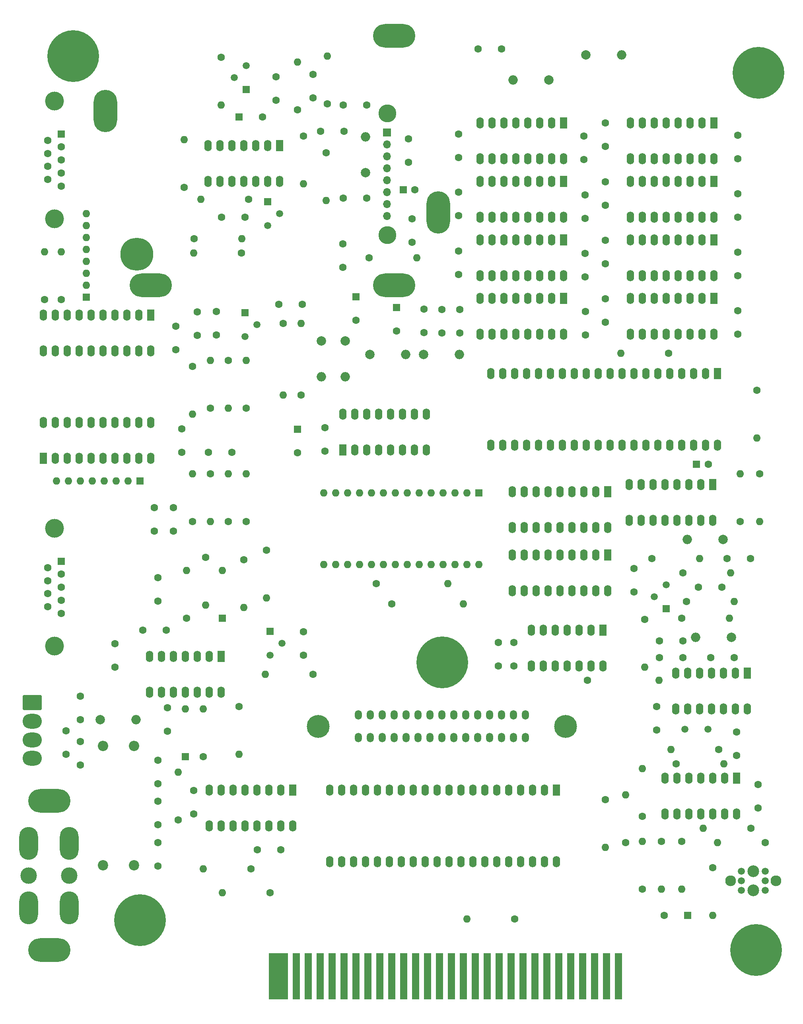
<source format=gbr>
%TF.GenerationSoftware,KiCad,Pcbnew,7.0.11-7.0.11~ubuntu22.04.1*%
%TF.CreationDate,2024-10-09T20:20:13-04:00*%
%TF.ProjectId,coleco_original_main_only,636f6c65-636f-45f6-9f72-6967696e616c,DEV*%
%TF.SameCoordinates,Original*%
%TF.FileFunction,Soldermask,Top*%
%TF.FilePolarity,Negative*%
%FSLAX46Y46*%
G04 Gerber Fmt 4.6, Leading zero omitted, Abs format (unit mm)*
G04 Created by KiCad (PCBNEW 7.0.11-7.0.11~ubuntu22.04.1) date 2024-10-09 20:20:13*
%MOMM*%
%LPD*%
G01*
G04 APERTURE LIST*
G04 Aperture macros list*
%AMRoundRect*
0 Rectangle with rounded corners*
0 $1 Rounding radius*
0 $2 $3 $4 $5 $6 $7 $8 $9 X,Y pos of 4 corners*
0 Add a 4 corners polygon primitive as box body*
4,1,4,$2,$3,$4,$5,$6,$7,$8,$9,$2,$3,0*
0 Add four circle primitives for the rounded corners*
1,1,$1+$1,$2,$3*
1,1,$1+$1,$4,$5*
1,1,$1+$1,$6,$7*
1,1,$1+$1,$8,$9*
0 Add four rect primitives between the rounded corners*
20,1,$1+$1,$2,$3,$4,$5,0*
20,1,$1+$1,$4,$5,$6,$7,0*
20,1,$1+$1,$6,$7,$8,$9,0*
20,1,$1+$1,$8,$9,$2,$3,0*%
G04 Aperture macros list end*
%ADD10C,1.600000*%
%ADD11R,1.600000X1.600000*%
%ADD12O,1.600000X1.600000*%
%ADD13R,1.600000X2.400000*%
%ADD14O,1.600000X2.400000*%
%ADD15C,3.800000*%
%ADD16R,1.500000X1.500000*%
%ADD17C,1.500000*%
%ADD18O,9.000000X5.000000*%
%ADD19C,2.000000*%
%ADD20O,2.000000X2.000000*%
%ADD21C,4.000000*%
%ADD22R,2.032000X9.906000*%
%ADD23R,1.524000X9.906000*%
%ADD24C,2.300000*%
%ADD25C,2.500000*%
%ADD26C,11.000000*%
%ADD27C,2.200000*%
%ADD28O,2.200000X2.200000*%
%ADD29C,7.000000*%
%ADD30O,4.000000X7.000000*%
%ADD31C,3.500000*%
%ADD32RoundRect,0.250000X-1.800000X1.330000X-1.800000X-1.330000X1.800000X-1.330000X1.800000X1.330000X0*%
%ADD33O,4.100000X3.160000*%
%ADD34O,1.500000X2.000000*%
%ADD35C,4.875000*%
%ADD36O,5.000000X9.000000*%
%ADD37R,1.700000X1.700000*%
%ADD38O,1.700000X1.700000*%
G04 APERTURE END LIST*
D10*
%TO.C,C46*%
X38862000Y-165787000D03*
X38862000Y-170787000D03*
%TD*%
D11*
%TO.C,CR1*%
X61214000Y-178701000D03*
D12*
X61214000Y-168541000D03*
%TD*%
D10*
%TO.C,R23*%
X73660000Y-136791000D03*
D12*
X73660000Y-146951000D03*
%TD*%
D13*
%TO.C,U1*%
X140203000Y-185833000D03*
D14*
X137663000Y-185833000D03*
X135123000Y-185833000D03*
X132583000Y-185833000D03*
X130043000Y-185833000D03*
X127503000Y-185833000D03*
X124963000Y-185833000D03*
X122423000Y-185833000D03*
X119883000Y-185833000D03*
X117343000Y-185833000D03*
X114803000Y-185833000D03*
X112263000Y-185833000D03*
X109723000Y-185833000D03*
X107183000Y-185833000D03*
X104643000Y-185833000D03*
X102103000Y-185833000D03*
X99563000Y-185833000D03*
X97023000Y-185833000D03*
X94483000Y-185833000D03*
X91943000Y-185833000D03*
X91943000Y-201073000D03*
X94483000Y-201073000D03*
X97023000Y-201073000D03*
X99563000Y-201073000D03*
X102103000Y-201073000D03*
X104643000Y-201073000D03*
X107183000Y-201073000D03*
X109723000Y-201073000D03*
X112263000Y-201073000D03*
X114803000Y-201073000D03*
X117343000Y-201073000D03*
X119883000Y-201073000D03*
X122423000Y-201073000D03*
X124963000Y-201073000D03*
X127503000Y-201073000D03*
X130043000Y-201073000D03*
X132583000Y-201073000D03*
X135123000Y-201073000D03*
X137663000Y-201073000D03*
X140203000Y-201073000D03*
%TD*%
D10*
%TO.C,C92*%
X173014000Y-157619000D03*
X178014000Y-157619000D03*
%TD*%
%TO.C,C103*%
X86360000Y-152071000D03*
X86360000Y-157071000D03*
%TD*%
%TO.C,R39*%
X160528000Y-136537000D03*
D12*
X170688000Y-136537000D03*
%TD*%
D10*
%TO.C,C49*%
X55372000Y-196989000D03*
X55372000Y-201989000D03*
%TD*%
%TO.C,C31*%
X150622000Y-68759000D03*
X150622000Y-73759000D03*
%TD*%
D15*
%TO.C,H14*%
X104174000Y-67669000D03*
%TD*%
D10*
%TO.C,R13*%
X167132000Y-139585000D03*
D12*
X177292000Y-139585000D03*
%TD*%
D10*
%TO.C,C90*%
X162132000Y-154063000D03*
X167132000Y-154063000D03*
%TD*%
D16*
%TO.C,Q4*%
X73914000Y-84213000D03*
D17*
X76454000Y-86753000D03*
X73914000Y-89293000D03*
%TD*%
D10*
%TO.C,C1*%
X178562000Y-173407000D03*
X178562000Y-178407000D03*
%TD*%
%TO.C,C91*%
X162092000Y-157619000D03*
X167092000Y-157619000D03*
%TD*%
%TO.C,C65*%
X57110000Y-151777000D03*
X52110000Y-151777000D03*
%TD*%
D11*
%TO.C,U2*%
X123688000Y-122562000D03*
D12*
X121148000Y-122562000D03*
X118608000Y-122562000D03*
X116068000Y-122562000D03*
X113528000Y-122562000D03*
X110988000Y-122562000D03*
X108448000Y-122562000D03*
X105908000Y-122562000D03*
X103368000Y-122562000D03*
X100828000Y-122562000D03*
X98288000Y-122562000D03*
X95748000Y-122562000D03*
X93208000Y-122562000D03*
X90668000Y-122562000D03*
X90668000Y-137802000D03*
X93208000Y-137802000D03*
X95748000Y-137802000D03*
X98288000Y-137802000D03*
X100828000Y-137802000D03*
X103368000Y-137802000D03*
X105908000Y-137802000D03*
X108448000Y-137802000D03*
X110988000Y-137802000D03*
X113528000Y-137802000D03*
X116068000Y-137802000D03*
X118608000Y-137802000D03*
X121148000Y-137802000D03*
X123688000Y-137802000D03*
%TD*%
D10*
%TO.C,C8*%
X62992000Y-185853000D03*
X62992000Y-190853000D03*
%TD*%
D18*
%TO.C,H7*%
X32258000Y-219849000D03*
%TD*%
D19*
%TO.C,L17*%
X175656000Y-132473000D03*
D20*
X168036000Y-132473000D03*
%TD*%
D21*
%TO.C,J5*%
X33342331Y-39191000D03*
X33342331Y-64191000D03*
D11*
X34762331Y-46151000D03*
D10*
X34762331Y-48921000D03*
X34762331Y-51691000D03*
X34762331Y-54461000D03*
X34762331Y-57231000D03*
X31922331Y-47536000D03*
X31922331Y-50306000D03*
X31922331Y-53076000D03*
X31922331Y-55846000D03*
%TD*%
D18*
%TO.C,H12*%
X105664000Y-78371000D03*
%TD*%
D11*
%TO.C,C36*%
X97536000Y-80773094D03*
D10*
X97536000Y-85773094D03*
%TD*%
D11*
%TO.C,UR25*%
X40132000Y-80921000D03*
D12*
X40132000Y-78381000D03*
X40132000Y-75841000D03*
X40132000Y-73301000D03*
X40132000Y-70761000D03*
X40132000Y-68221000D03*
X40132000Y-65681000D03*
X40132000Y-63141000D03*
%TD*%
D10*
%TO.C,C48*%
X38862000Y-175439000D03*
X38862000Y-180439000D03*
%TD*%
%TO.C,R8*%
X162560000Y-196735000D03*
D12*
X162560000Y-206895000D03*
%TD*%
D10*
%TO.C,R67*%
X31242000Y-81419000D03*
D12*
X31242000Y-71259000D03*
%TD*%
D10*
%TO.C,R34*%
X74168000Y-104533000D03*
D12*
X74168000Y-94373000D03*
%TD*%
D10*
%TO.C,C4*%
X170434000Y-142633000D03*
X175434000Y-142633000D03*
%TD*%
%TO.C,C11*%
X183134000Y-189583000D03*
X183134000Y-184583000D03*
%TD*%
%TO.C,C50*%
X55372000Y-179463000D03*
X55372000Y-184463000D03*
%TD*%
%TO.C,R48*%
X63026000Y-68431000D03*
D12*
X73186000Y-68431000D03*
%TD*%
D22*
%TO.C,J2*%
X80010000Y-225437000D03*
X82042000Y-225437000D03*
D23*
X84836000Y-225437000D03*
X87376000Y-225437000D03*
X89916000Y-225437000D03*
X92456000Y-225437000D03*
X94996000Y-225437000D03*
X97536000Y-225437000D03*
X100076000Y-225437000D03*
X102616000Y-225437000D03*
X105156000Y-225437000D03*
X107696000Y-225437000D03*
X110236000Y-225437000D03*
X112776000Y-225437000D03*
X115316000Y-225437000D03*
X117856000Y-225437000D03*
X120396000Y-225437000D03*
X122936000Y-225437000D03*
X125476000Y-225437000D03*
X128016000Y-225437000D03*
X130556000Y-225437000D03*
X133096000Y-225437000D03*
X135636000Y-225437000D03*
X138176000Y-225437000D03*
X140716000Y-225437000D03*
X143256000Y-225437000D03*
X145796000Y-225437000D03*
X148336000Y-225437000D03*
X150876000Y-225437000D03*
X153416000Y-225437000D03*
%TD*%
D10*
%TO.C,R35*%
X158496000Y-191401000D03*
D12*
X158496000Y-181241000D03*
%TD*%
D10*
%TO.C,C100*%
X94782000Y-40017000D03*
X99782000Y-40017000D03*
%TD*%
%TO.C,C40*%
X119380000Y-71045000D03*
X119380000Y-76045000D03*
%TD*%
%TO.C,R72*%
X62738000Y-95643000D03*
D12*
X62738000Y-105803000D03*
%TD*%
D13*
%TO.C,U24*%
X68834000Y-157365000D03*
D14*
X66294000Y-157365000D03*
X63754000Y-157365000D03*
X61214000Y-157365000D03*
X58674000Y-157365000D03*
X56134000Y-157365000D03*
X53594000Y-157365000D03*
X53594000Y-164985000D03*
X56134000Y-164985000D03*
X58674000Y-164985000D03*
X61214000Y-164985000D03*
X63754000Y-164985000D03*
X66294000Y-164985000D03*
X68834000Y-164985000D03*
%TD*%
D13*
%TO.C,U7*%
X178562000Y-183273000D03*
D14*
X176022000Y-183273000D03*
X173482000Y-183273000D03*
X170942000Y-183273000D03*
X168402000Y-183273000D03*
X165862000Y-183273000D03*
X163322000Y-183273000D03*
X163322000Y-190893000D03*
X165862000Y-190893000D03*
X168402000Y-190893000D03*
X170942000Y-190893000D03*
X173482000Y-190893000D03*
X176022000Y-190893000D03*
X178562000Y-190893000D03*
%TD*%
D13*
%TO.C,U6*%
X173467000Y-120774000D03*
D14*
X170927000Y-120774000D03*
X168387000Y-120774000D03*
X165847000Y-120774000D03*
X163307000Y-120774000D03*
X160767000Y-120774000D03*
X158227000Y-120774000D03*
X155687000Y-120774000D03*
X155687000Y-128394000D03*
X158227000Y-128394000D03*
X160767000Y-128394000D03*
X163307000Y-128394000D03*
X165847000Y-128394000D03*
X168387000Y-128394000D03*
X170927000Y-128394000D03*
X173467000Y-128394000D03*
%TD*%
D10*
%TO.C,C2*%
X81534000Y-198513000D03*
X76534000Y-198513000D03*
%TD*%
D24*
%TO.C,S1*%
X177292000Y-205085000D03*
X186944000Y-205085000D03*
D17*
X179578000Y-203053000D03*
D25*
X182118000Y-203053000D03*
D17*
X184658000Y-203053000D03*
X179578000Y-205085000D03*
D25*
X182118000Y-207117000D03*
D17*
X184658000Y-205085000D03*
X179578000Y-207117000D03*
X184658000Y-207117000D03*
%TD*%
D19*
%TO.C,L9*%
X138572000Y-34683000D03*
D20*
X130952000Y-34683000D03*
%TD*%
D26*
%TO.C,H5*%
X115858000Y-158601000D03*
%TD*%
D10*
%TO.C,C60*%
X81066000Y-82435000D03*
X86066000Y-82435000D03*
%TD*%
%TO.C,R14*%
X79248000Y-207657000D03*
D12*
X69088000Y-207657000D03*
%TD*%
D10*
%TO.C,R49*%
X73152000Y-71513000D03*
D12*
X62992000Y-71513000D03*
%TD*%
D13*
%TO.C,U22*%
X180853000Y-160906000D03*
D14*
X178313000Y-160906000D03*
X175773000Y-160906000D03*
X173233000Y-160906000D03*
X170693000Y-160906000D03*
X168153000Y-160906000D03*
X165613000Y-160906000D03*
X165613000Y-168526000D03*
X168153000Y-168526000D03*
X170693000Y-168526000D03*
X173233000Y-168526000D03*
X175773000Y-168526000D03*
X178313000Y-168526000D03*
X180853000Y-168526000D03*
%TD*%
D10*
%TO.C,C26*%
X178816000Y-58853000D03*
X178816000Y-63853000D03*
%TD*%
%TO.C,R19*%
X70358000Y-94373000D03*
D12*
X70358000Y-104533000D03*
%TD*%
D27*
%TO.C,L5*%
X50292000Y-201815000D03*
D28*
X50292000Y-176415000D03*
%TD*%
D10*
%TO.C,R25*%
X74168000Y-128663000D03*
D12*
X74168000Y-118503000D03*
%TD*%
D10*
%TO.C,C32*%
X119380000Y-46153000D03*
X119380000Y-51153000D03*
%TD*%
D29*
%TO.C,H13*%
X50834000Y-71733000D03*
%TD*%
D10*
%TO.C,C28*%
X150622000Y-56313000D03*
X150622000Y-61313000D03*
%TD*%
%TO.C,R12*%
X75184000Y-202577000D03*
D12*
X65024000Y-202577000D03*
%TD*%
D10*
%TO.C,C64*%
X80518000Y-38961000D03*
X80518000Y-33961000D03*
%TD*%
%TO.C,C37*%
X119380000Y-58559000D03*
X119380000Y-63559000D03*
%TD*%
D26*
%TO.C,H1*%
X51562000Y-213499000D03*
%TD*%
D19*
%TO.C,L2*%
X100442000Y-93103000D03*
D20*
X108062000Y-93103000D03*
%TD*%
D18*
%TO.C,H10*%
X53848000Y-78389000D03*
%TD*%
D11*
%TO.C,C87*%
X107551774Y-58051000D03*
D10*
X110051774Y-58051000D03*
%TD*%
%TO.C,R62*%
X159004000Y-149491000D03*
D12*
X159004000Y-159651000D03*
%TD*%
D16*
%TO.C,Q6*%
X74176000Y-36715000D03*
D17*
X71636000Y-34175000D03*
X74176000Y-31635000D03*
%TD*%
D10*
%TO.C,R75*%
X174752000Y-177177000D03*
D12*
X164592000Y-177177000D03*
%TD*%
D21*
%TO.C,J6*%
X33342331Y-130123000D03*
X33342331Y-155123000D03*
D11*
X34762331Y-137083000D03*
D10*
X34762331Y-139853000D03*
X34762331Y-142623000D03*
X34762331Y-145393000D03*
X34762331Y-148163000D03*
X31922331Y-138468000D03*
X31922331Y-141238000D03*
X31922331Y-144008000D03*
X31922331Y-146778000D03*
%TD*%
%TO.C,R26*%
X131318000Y-213245000D03*
D12*
X121158000Y-213245000D03*
%TD*%
D10*
%TO.C,C102*%
X67818000Y-83959000D03*
X67818000Y-88959000D03*
%TD*%
D19*
%TO.C,L3*%
X111872000Y-93103000D03*
D20*
X119492000Y-93103000D03*
%TD*%
D13*
%TO.C,U8*%
X150119000Y-151762000D03*
D14*
X147579000Y-151762000D03*
X145039000Y-151762000D03*
X142499000Y-151762000D03*
X139959000Y-151762000D03*
X137419000Y-151762000D03*
X134879000Y-151762000D03*
X134879000Y-159382000D03*
X137419000Y-159382000D03*
X139959000Y-159382000D03*
X142499000Y-159382000D03*
X145039000Y-159382000D03*
X147579000Y-159382000D03*
X150119000Y-159382000D03*
%TD*%
D10*
%TO.C,R55*%
X60960000Y-57543000D03*
D12*
X60960000Y-47383000D03*
%TD*%
D10*
%TO.C,R43*%
X68834000Y-29857000D03*
D12*
X68834000Y-40017000D03*
%TD*%
D30*
%TO.C,S2*%
X36449000Y-210864000D03*
D31*
X36449000Y-204006000D03*
D30*
X36449000Y-197148000D03*
X27813000Y-210864000D03*
D31*
X27813000Y-204006000D03*
D30*
X27813000Y-197148000D03*
%TD*%
D11*
%TO.C,C34*%
X106172000Y-83071423D03*
D10*
X106172000Y-88071423D03*
%TD*%
%TO.C,WJ3*%
X82042000Y-86499000D03*
D12*
X82042000Y-101739000D03*
%TD*%
D10*
%TO.C,R60*%
X179324000Y-128663000D03*
D12*
X179324000Y-118503000D03*
%TD*%
D10*
%TO.C,C24*%
X146304000Y-59107000D03*
X146304000Y-64107000D03*
%TD*%
%TO.C,R71*%
X78486000Y-134759000D03*
D12*
X78486000Y-144919000D03*
%TD*%
D13*
%TO.C,U4*%
X151120000Y-135760000D03*
D14*
X148580000Y-135760000D03*
X146040000Y-135760000D03*
X143500000Y-135760000D03*
X140960000Y-135760000D03*
X138420000Y-135760000D03*
X135880000Y-135760000D03*
X133340000Y-135760000D03*
X130800000Y-135760000D03*
X130800000Y-143380000D03*
X133340000Y-143380000D03*
X135880000Y-143380000D03*
X138420000Y-143380000D03*
X140960000Y-143380000D03*
X143500000Y-143380000D03*
X146040000Y-143380000D03*
X148580000Y-143380000D03*
X151120000Y-143380000D03*
%TD*%
D10*
%TO.C,R17*%
X154940000Y-196989000D03*
D12*
X154940000Y-186829000D03*
%TD*%
D10*
%TO.C,C22*%
X150622000Y-43827000D03*
X150622000Y-48827000D03*
%TD*%
%TO.C,R69*%
X66548000Y-104533000D03*
D12*
X66548000Y-94373000D03*
%TD*%
D11*
%TO.C,C68*%
X72624698Y-42557000D03*
D10*
X77624698Y-42557000D03*
%TD*%
%TO.C,C29*%
X178816000Y-71299000D03*
X178816000Y-76299000D03*
%TD*%
%TO.C,C42*%
X115824000Y-88491000D03*
X115824000Y-83491000D03*
%TD*%
D13*
%TO.C,U20*%
X94757000Y-113438000D03*
D14*
X97297000Y-113438000D03*
X99837000Y-113438000D03*
X102377000Y-113438000D03*
X104917000Y-113438000D03*
X107457000Y-113438000D03*
X109997000Y-113438000D03*
X112537000Y-113438000D03*
X112537000Y-105818000D03*
X109997000Y-105818000D03*
X107457000Y-105818000D03*
X104917000Y-105818000D03*
X102377000Y-105818000D03*
X99837000Y-105818000D03*
X97297000Y-105818000D03*
X94757000Y-105818000D03*
%TD*%
D10*
%TO.C,R22*%
X66548000Y-118503000D03*
D12*
X66548000Y-128663000D03*
%TD*%
D13*
%TO.C,U3*%
X151120000Y-122298000D03*
D14*
X148580000Y-122298000D03*
X146040000Y-122298000D03*
X143500000Y-122298000D03*
X140960000Y-122298000D03*
X138420000Y-122298000D03*
X135880000Y-122298000D03*
X133340000Y-122298000D03*
X130800000Y-122298000D03*
X130800000Y-129918000D03*
X133340000Y-129918000D03*
X135880000Y-129918000D03*
X138420000Y-129918000D03*
X140960000Y-129918000D03*
X143500000Y-129918000D03*
X146040000Y-129918000D03*
X148580000Y-129918000D03*
X151120000Y-129918000D03*
%TD*%
D13*
%TO.C,U19*%
X53848000Y-84721000D03*
D14*
X51308000Y-84721000D03*
X48768000Y-84721000D03*
X46228000Y-84721000D03*
X43688000Y-84721000D03*
X41148000Y-84721000D03*
X38608000Y-84721000D03*
X36068000Y-84721000D03*
X33528000Y-84721000D03*
X30988000Y-84721000D03*
X30988000Y-92341000D03*
X33528000Y-92341000D03*
X36068000Y-92341000D03*
X38608000Y-92341000D03*
X41148000Y-92341000D03*
X43688000Y-92341000D03*
X46228000Y-92341000D03*
X48768000Y-92341000D03*
X51308000Y-92341000D03*
X53848000Y-92341000D03*
%TD*%
D17*
%TO.C,Y1*%
X172410000Y-172859000D03*
X167530000Y-172859000D03*
%TD*%
D10*
%TO.C,C41*%
X112014000Y-83451000D03*
X112014000Y-88451000D03*
%TD*%
%TO.C,R5*%
X165642000Y-180225000D03*
D12*
X175802000Y-180225000D03*
%TD*%
D10*
%TO.C,R79*%
X74676000Y-60083000D03*
D12*
X64516000Y-60083000D03*
%TD*%
D10*
%TO.C,C21*%
X146050000Y-46621000D03*
X146050000Y-51621000D03*
%TD*%
%TO.C,C99*%
X55372000Y-140601000D03*
X55372000Y-145601000D03*
%TD*%
%TO.C,C13*%
X156718000Y-138609000D03*
X156718000Y-143609000D03*
%TD*%
%TO.C,C57*%
X108712000Y-52169000D03*
X108712000Y-47169000D03*
%TD*%
D16*
%TO.C,Q3*%
X78732000Y-60591000D03*
D17*
X81272000Y-63131000D03*
X78732000Y-65671000D03*
%TD*%
D10*
%TO.C,C30*%
X146338000Y-83959000D03*
X146338000Y-88959000D03*
%TD*%
%TO.C,R10*%
X158496000Y-206895000D03*
D12*
X158496000Y-196735000D03*
%TD*%
D10*
%TO.C,R15*%
X150622000Y-187845000D03*
D12*
X150622000Y-198005000D03*
%TD*%
D10*
%TO.C,R76*%
X86360000Y-46621000D03*
D12*
X86360000Y-56781000D03*
%TD*%
D10*
%TO.C,R21*%
X70358000Y-128663000D03*
D12*
X70358000Y-118503000D03*
%TD*%
D10*
%TO.C,C70*%
X161544000Y-168033000D03*
X161544000Y-173033000D03*
%TD*%
D15*
%TO.C,H15*%
X104174000Y-41761000D03*
%TD*%
D11*
%TO.C,UR26*%
X51562000Y-120027000D03*
D12*
X49022000Y-120027000D03*
X46482000Y-120027000D03*
X43942000Y-120027000D03*
X41402000Y-120027000D03*
X38862000Y-120027000D03*
X36322000Y-120027000D03*
X33782000Y-120027000D03*
%TD*%
D13*
%TO.C,U23*%
X81285000Y-48638000D03*
D14*
X78745000Y-48638000D03*
X76205000Y-48638000D03*
X73665000Y-48638000D03*
X71125000Y-48638000D03*
X68585000Y-48638000D03*
X66045000Y-48638000D03*
X66045000Y-56258000D03*
X68585000Y-56258000D03*
X71125000Y-56258000D03*
X73665000Y-56258000D03*
X76205000Y-56258000D03*
X78745000Y-56258000D03*
X81285000Y-56258000D03*
%TD*%
D13*
%TO.C,U18*%
X30988000Y-115201000D03*
D14*
X33528000Y-115201000D03*
X36068000Y-115201000D03*
X38608000Y-115201000D03*
X41148000Y-115201000D03*
X43688000Y-115201000D03*
X46228000Y-115201000D03*
X48768000Y-115201000D03*
X51308000Y-115201000D03*
X53848000Y-115201000D03*
X53848000Y-107581000D03*
X51308000Y-107581000D03*
X48768000Y-107581000D03*
X46228000Y-107581000D03*
X43688000Y-107581000D03*
X41148000Y-107581000D03*
X38608000Y-107581000D03*
X36068000Y-107581000D03*
X33528000Y-107581000D03*
X30988000Y-107581000D03*
%TD*%
D13*
%TO.C,U10*%
X173751000Y-56263000D03*
D14*
X171211000Y-56263000D03*
X168671000Y-56263000D03*
X166131000Y-56263000D03*
X163591000Y-56263000D03*
X161051000Y-56263000D03*
X158511000Y-56263000D03*
X155971000Y-56263000D03*
X155971000Y-63883000D03*
X158511000Y-63883000D03*
X161051000Y-63883000D03*
X163591000Y-63883000D03*
X166131000Y-63883000D03*
X168671000Y-63883000D03*
X171211000Y-63883000D03*
X173751000Y-63883000D03*
%TD*%
D26*
%TO.C,H2*%
X37338000Y-29603000D03*
%TD*%
D32*
%TO.C,J0*%
X28597000Y-167173000D03*
D33*
X28597000Y-171133000D03*
X28597000Y-175093000D03*
X28597000Y-179053000D03*
%TD*%
D10*
%TO.C,C10*%
X59182000Y-92047000D03*
X59182000Y-87047000D03*
%TD*%
D19*
%TO.C,L14*%
X177434000Y-153301000D03*
D20*
X169814000Y-153301000D03*
%TD*%
D10*
%TO.C,C104*%
X46228000Y-159611000D03*
X46228000Y-154611000D03*
%TD*%
D11*
%TO.C,CR2*%
X69088000Y-149237000D03*
D12*
X69088000Y-139077000D03*
%TD*%
D10*
%TO.C,C88*%
X128484000Y-28079000D03*
X123484000Y-28079000D03*
%TD*%
%TO.C,R78*%
X184658000Y-196989000D03*
D12*
X174498000Y-196989000D03*
%TD*%
D13*
%TO.C,U15*%
X141717000Y-43812000D03*
D14*
X139177000Y-43812000D03*
X136637000Y-43812000D03*
X134097000Y-43812000D03*
X131557000Y-43812000D03*
X129017000Y-43812000D03*
X126477000Y-43812000D03*
X123937000Y-43812000D03*
X123937000Y-51432000D03*
X126477000Y-51432000D03*
X129017000Y-51432000D03*
X131557000Y-51432000D03*
X134097000Y-51432000D03*
X136637000Y-51432000D03*
X139177000Y-51432000D03*
X141717000Y-51432000D03*
%TD*%
D10*
%TO.C,R20*%
X62738000Y-128663000D03*
D12*
X62738000Y-118503000D03*
%TD*%
D10*
%TO.C,R41*%
X100330000Y-72529000D03*
D12*
X110490000Y-72529000D03*
%TD*%
D10*
%TO.C,WJ2*%
X85852000Y-101739000D03*
D12*
X85852000Y-86499000D03*
%TD*%
D10*
%TO.C,R1*%
X65024000Y-178701000D03*
D12*
X65024000Y-168541000D03*
%TD*%
D10*
%TO.C,C12*%
X60452000Y-108931000D03*
X60452000Y-113931000D03*
%TD*%
%TO.C,R11*%
X167894000Y-145681000D03*
D12*
X178054000Y-145681000D03*
%TD*%
D10*
%TO.C,C23*%
X178816000Y-46407000D03*
X178816000Y-51407000D03*
%TD*%
%TO.C,C17*%
X66120000Y-113931000D03*
X71120000Y-113931000D03*
%TD*%
D18*
%TO.C,H11*%
X105664000Y-25303000D03*
%TD*%
D10*
%TO.C,C44*%
X178816000Y-83745000D03*
X178816000Y-88745000D03*
%TD*%
%TO.C,C89*%
X90932000Y-108637000D03*
X90932000Y-113637000D03*
%TD*%
%TO.C,R18*%
X91186000Y-50177000D03*
D12*
X91186000Y-60337000D03*
%TD*%
D16*
%TO.C,Q2*%
X163584000Y-147205000D03*
D17*
X161044000Y-144665000D03*
X163584000Y-142125000D03*
%TD*%
D10*
%TO.C,R24*%
X65532000Y-136283000D03*
D12*
X65532000Y-146443000D03*
%TD*%
D10*
%TO.C,C61*%
X57404000Y-168293000D03*
X57404000Y-173293000D03*
%TD*%
%TO.C,C9*%
X131098000Y-154357000D03*
X131098000Y-159357000D03*
%TD*%
%TO.C,C66*%
X89956000Y-45605000D03*
X94956000Y-45605000D03*
%TD*%
%TO.C,C69*%
X68909328Y-63893000D03*
X73909328Y-63893000D03*
%TD*%
D13*
%TO.C,U16*%
X141717000Y-81165000D03*
D14*
X139177000Y-81165000D03*
X136637000Y-81165000D03*
X134097000Y-81165000D03*
X131557000Y-81165000D03*
X129017000Y-81165000D03*
X126477000Y-81165000D03*
X123937000Y-81165000D03*
X123937000Y-88785000D03*
X126477000Y-88785000D03*
X129017000Y-88785000D03*
X131557000Y-88785000D03*
X134097000Y-88785000D03*
X136637000Y-88785000D03*
X139177000Y-88785000D03*
X141717000Y-88785000D03*
%TD*%
D13*
%TO.C,U5*%
X84059000Y-185798000D03*
D14*
X81519000Y-185798000D03*
X78979000Y-185798000D03*
X76439000Y-185798000D03*
X73899000Y-185798000D03*
X71359000Y-185798000D03*
X68819000Y-185798000D03*
X66279000Y-185798000D03*
X66279000Y-193418000D03*
X68819000Y-193418000D03*
X71359000Y-193418000D03*
X73899000Y-193418000D03*
X76439000Y-193418000D03*
X78979000Y-193418000D03*
X81519000Y-193418000D03*
X84059000Y-193418000D03*
%TD*%
D10*
%TO.C,WJ1*%
X146812000Y-162445000D03*
D12*
X162052000Y-162445000D03*
%TD*%
D19*
%TO.C,L8*%
X90170000Y-90167000D03*
D20*
X90170000Y-97787000D03*
%TD*%
D10*
%TO.C,R16*%
X72644000Y-167999000D03*
D12*
X72644000Y-178159000D03*
%TD*%
D26*
%TO.C,H4*%
X183168000Y-33125000D03*
%TD*%
D11*
%TO.C,C16*%
X85090000Y-108988349D03*
D10*
X85090000Y-113988349D03*
%TD*%
%TO.C,C45*%
X150622000Y-81205000D03*
X150622000Y-86205000D03*
%TD*%
%TO.C,R37*%
X59690000Y-192163000D03*
D12*
X59690000Y-182003000D03*
%TD*%
D19*
%TO.C,L15*%
X95250000Y-90167000D03*
D20*
X95250000Y-97787000D03*
%TD*%
D34*
%TO.C,J1*%
X98044000Y-169811000D03*
X98044000Y-174637000D03*
X100584000Y-169811000D03*
X100584000Y-174637000D03*
X103124000Y-169811000D03*
X103124000Y-174637000D03*
X105664000Y-169811000D03*
X105664000Y-174637000D03*
X108204000Y-169811000D03*
X108204000Y-174637000D03*
X110744000Y-169811000D03*
X110744000Y-174637000D03*
X113284000Y-169811000D03*
X113284000Y-174637000D03*
X115824000Y-169811000D03*
X115824000Y-174637000D03*
X118364000Y-169811000D03*
X118364000Y-174637000D03*
X120904000Y-169811000D03*
X120904000Y-174637000D03*
X123444000Y-169811000D03*
X123444000Y-174637000D03*
X125984000Y-169811000D03*
X125984000Y-174637000D03*
X128524000Y-169811000D03*
X128524000Y-174637000D03*
X131064000Y-169811000D03*
X131064000Y-174637000D03*
X133604000Y-169811000D03*
X133604000Y-174637000D03*
D35*
X89474000Y-172212000D03*
X142174000Y-172212000D03*
%TD*%
D10*
%TO.C,R9*%
X173482000Y-202323000D03*
D12*
X173482000Y-212483000D03*
%TD*%
D13*
%TO.C,U9*%
X174493000Y-97167000D03*
D14*
X171953000Y-97167000D03*
X169413000Y-97167000D03*
X166873000Y-97167000D03*
X164333000Y-97167000D03*
X161793000Y-97167000D03*
X159253000Y-97167000D03*
X156713000Y-97167000D03*
X154173000Y-97167000D03*
X151633000Y-97167000D03*
X149093000Y-97167000D03*
X146553000Y-97167000D03*
X144013000Y-97167000D03*
X141473000Y-97167000D03*
X138933000Y-97167000D03*
X136393000Y-97167000D03*
X133853000Y-97167000D03*
X131313000Y-97167000D03*
X128773000Y-97167000D03*
X126233000Y-97167000D03*
X126233000Y-112407000D03*
X128773000Y-112407000D03*
X131313000Y-112407000D03*
X133853000Y-112407000D03*
X136393000Y-112407000D03*
X138933000Y-112407000D03*
X141473000Y-112407000D03*
X144013000Y-112407000D03*
X146553000Y-112407000D03*
X149093000Y-112407000D03*
X151633000Y-112407000D03*
X154173000Y-112407000D03*
X156713000Y-112407000D03*
X159253000Y-112407000D03*
X161793000Y-112407000D03*
X164333000Y-112407000D03*
X166873000Y-112407000D03*
X169413000Y-112407000D03*
X171953000Y-112407000D03*
X174493000Y-112407000D03*
%TD*%
D11*
%TO.C,C3*%
X168129255Y-212483000D03*
D10*
X163129255Y-212483000D03*
%TD*%
%TO.C,R65*%
X34798000Y-81419000D03*
D12*
X34798000Y-71259000D03*
%TD*%
D36*
%TO.C,H9*%
X44214000Y-41287000D03*
%TD*%
D10*
%TO.C,R61*%
X183422000Y-118469000D03*
D12*
X183422000Y-128629000D03*
%TD*%
D10*
%TO.C,C27*%
X146304000Y-71553000D03*
X146304000Y-76553000D03*
%TD*%
D27*
%TO.C,L6*%
X43688000Y-201815000D03*
D28*
X43688000Y-176415000D03*
%TD*%
D13*
%TO.C,U12*%
X173736000Y-81165000D03*
D14*
X171196000Y-81165000D03*
X168656000Y-81165000D03*
X166116000Y-81165000D03*
X163576000Y-81165000D03*
X161036000Y-81165000D03*
X158496000Y-81165000D03*
X155956000Y-81165000D03*
X155956000Y-88785000D03*
X158496000Y-88785000D03*
X161036000Y-88785000D03*
X163576000Y-88785000D03*
X166116000Y-88785000D03*
X168656000Y-88785000D03*
X171196000Y-88785000D03*
X173736000Y-88785000D03*
%TD*%
D13*
%TO.C,U13*%
X141717000Y-56263000D03*
D14*
X139177000Y-56263000D03*
X136637000Y-56263000D03*
X134097000Y-56263000D03*
X131557000Y-56263000D03*
X129017000Y-56263000D03*
X126477000Y-56263000D03*
X123937000Y-56263000D03*
X123937000Y-63883000D03*
X126477000Y-63883000D03*
X129017000Y-63883000D03*
X131557000Y-63883000D03*
X134097000Y-63883000D03*
X136637000Y-63883000D03*
X139177000Y-63883000D03*
X141717000Y-63883000D03*
%TD*%
D19*
%TO.C,L10*%
X99568000Y-54383000D03*
D20*
X99568000Y-46763000D03*
%TD*%
D10*
%TO.C,C43*%
X119634000Y-83491000D03*
X119634000Y-88491000D03*
%TD*%
D19*
%TO.C,L7*%
X146416000Y-29349000D03*
D20*
X154036000Y-29349000D03*
%TD*%
D10*
%TO.C,R70*%
X88392000Y-161175000D03*
D12*
X78232000Y-161175000D03*
%TD*%
D10*
%TO.C,R7*%
X166878000Y-196735000D03*
D12*
X166878000Y-206895000D03*
%TD*%
D37*
%TO.C,J4A1*%
X104140000Y-45874000D03*
D38*
X104140000Y-48414000D03*
X104140000Y-50954000D03*
X104140000Y-53494000D03*
X104140000Y-56034000D03*
X104140000Y-58574000D03*
X104140000Y-61114000D03*
X104140000Y-63654000D03*
%TD*%
D10*
%TO.C,C7*%
X127796000Y-154357000D03*
X127796000Y-159357000D03*
%TD*%
%TO.C,R77*%
X181610000Y-193941000D03*
D12*
X171450000Y-193941000D03*
%TD*%
D10*
%TO.C,R42*%
X85090000Y-41033000D03*
D12*
X85090000Y-30873000D03*
%TD*%
D10*
%TO.C,C101*%
X63754000Y-88999000D03*
X63754000Y-83999000D03*
%TD*%
%TO.C,C67*%
X94782000Y-59829000D03*
X99782000Y-59829000D03*
%TD*%
D13*
%TO.C,U11*%
X141717000Y-68714000D03*
D14*
X139177000Y-68714000D03*
X136637000Y-68714000D03*
X134097000Y-68714000D03*
X131557000Y-68714000D03*
X129017000Y-68714000D03*
X126477000Y-68714000D03*
X123937000Y-68714000D03*
X123937000Y-76334000D03*
X126477000Y-76334000D03*
X129017000Y-76334000D03*
X131557000Y-76334000D03*
X134097000Y-76334000D03*
X136637000Y-76334000D03*
X139177000Y-76334000D03*
X141717000Y-76334000D03*
%TD*%
D10*
%TO.C,C51*%
X55372000Y-193139000D03*
X55372000Y-188139000D03*
%TD*%
%TO.C,R6*%
X166878000Y-149237000D03*
D12*
X177038000Y-149237000D03*
%TD*%
D10*
%TO.C,C5*%
X176530000Y-136537000D03*
X181530000Y-136537000D03*
%TD*%
%TO.C,C19*%
X58674000Y-130655000D03*
X58674000Y-125655000D03*
%TD*%
D19*
%TO.C,L4*%
X43038000Y-170827000D03*
D20*
X50658000Y-170827000D03*
%TD*%
D10*
%TO.C,R27*%
X61468000Y-149237000D03*
D12*
X61468000Y-139077000D03*
%TD*%
D10*
%TO.C,R40*%
X91440000Y-39763000D03*
D12*
X91440000Y-29603000D03*
%TD*%
D10*
%TO.C,C98*%
X54610000Y-125655000D03*
X54610000Y-130655000D03*
%TD*%
%TO.C,C63*%
X94742000Y-69521000D03*
X94742000Y-74521000D03*
%TD*%
D36*
%TO.C,H8*%
X115062000Y-62877000D03*
%TD*%
D10*
%TO.C,C78*%
X109474000Y-64187000D03*
X109474000Y-69187000D03*
%TD*%
%TO.C,R73*%
X182880000Y-100723000D03*
D12*
X182880000Y-110883000D03*
%TD*%
D13*
%TO.C,U17*%
X173751000Y-43812000D03*
D14*
X171211000Y-43812000D03*
X168671000Y-43812000D03*
X166131000Y-43812000D03*
X163591000Y-43812000D03*
X161051000Y-43812000D03*
X158511000Y-43812000D03*
X155971000Y-43812000D03*
X155971000Y-51432000D03*
X158511000Y-51432000D03*
X161051000Y-51432000D03*
X163591000Y-51432000D03*
X166131000Y-51432000D03*
X168671000Y-51432000D03*
X171211000Y-51432000D03*
X173751000Y-51432000D03*
%TD*%
D18*
%TO.C,H6*%
X32258000Y-188099000D03*
%TD*%
D26*
%TO.C,H3*%
X182660000Y-219815000D03*
%TD*%
D10*
%TO.C,C62*%
X88392000Y-38453000D03*
X88392000Y-33453000D03*
%TD*%
D13*
%TO.C,U14*%
X173751000Y-68714000D03*
D14*
X171211000Y-68714000D03*
X168671000Y-68714000D03*
X166131000Y-68714000D03*
X163591000Y-68714000D03*
X161051000Y-68714000D03*
X158511000Y-68714000D03*
X155971000Y-68714000D03*
X155971000Y-76334000D03*
X158511000Y-76334000D03*
X161051000Y-76334000D03*
X163591000Y-76334000D03*
X166131000Y-76334000D03*
X168671000Y-76334000D03*
X171211000Y-76334000D03*
X173751000Y-76334000D03*
%TD*%
D11*
%TO.C,C106*%
X170034584Y-116471000D03*
D10*
X172534584Y-116471000D03*
%TD*%
%TO.C,WJ5*%
X105156000Y-146189000D03*
D12*
X120396000Y-146189000D03*
%TD*%
D10*
%TO.C,R64*%
X164084000Y-92849000D03*
D12*
X153924000Y-92849000D03*
%TD*%
D10*
%TO.C,C47*%
X35814000Y-173153000D03*
X35814000Y-178153000D03*
%TD*%
%TO.C,WJ4*%
X101854000Y-141871000D03*
D12*
X117094000Y-141871000D03*
%TD*%
D16*
%TO.C,Q5*%
X79240000Y-152031000D03*
D17*
X81780000Y-154571000D03*
X79240000Y-157111000D03*
%TD*%
M02*

</source>
